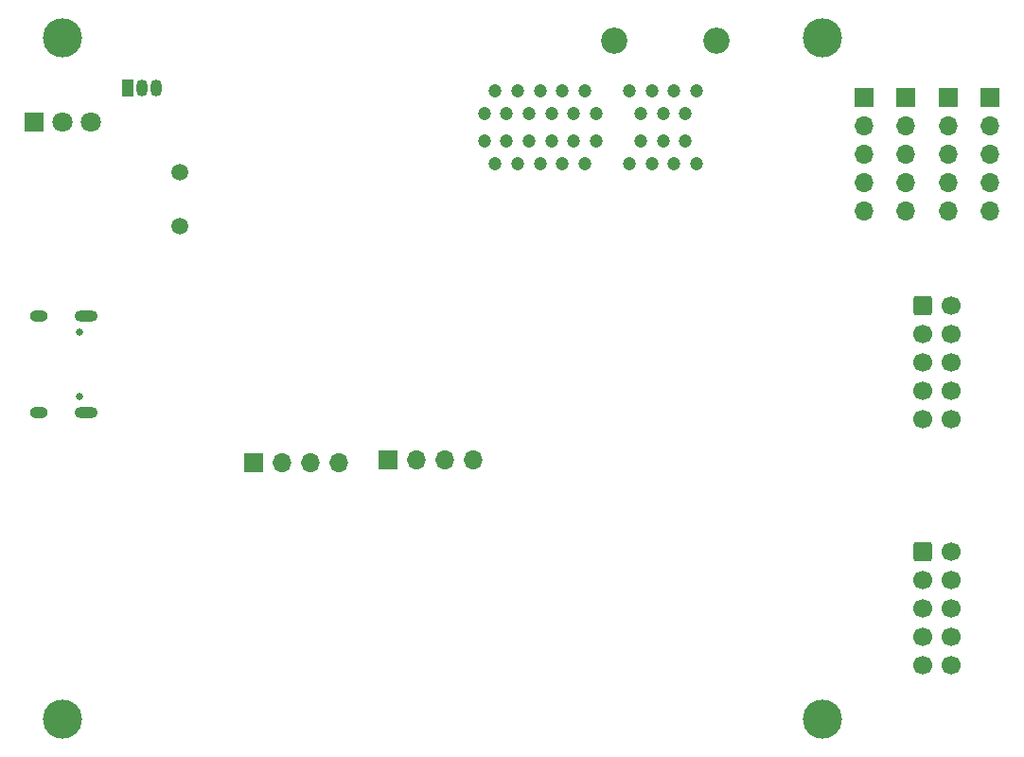
<source format=gbr>
%TF.GenerationSoftware,KiCad,Pcbnew,7.0.10-7.0.10~ubuntu22.04.1*%
%TF.CreationDate,2024-03-23T23:27:58+01:00*%
%TF.ProjectId,JTAGFinder,4a544147-4669-46e6-9465-722e6b696361,rev?*%
%TF.SameCoordinates,Original*%
%TF.FileFunction,Soldermask,Bot*%
%TF.FilePolarity,Negative*%
%FSLAX46Y46*%
G04 Gerber Fmt 4.6, Leading zero omitted, Abs format (unit mm)*
G04 Created by KiCad (PCBNEW 7.0.10-7.0.10~ubuntu22.04.1) date 2024-03-23 23:27:58*
%MOMM*%
%LPD*%
G01*
G04 APERTURE LIST*
G04 Aperture macros list*
%AMRoundRect*
0 Rectangle with rounded corners*
0 $1 Rounding radius*
0 $2 $3 $4 $5 $6 $7 $8 $9 X,Y pos of 4 corners*
0 Add a 4 corners polygon primitive as box body*
4,1,4,$2,$3,$4,$5,$6,$7,$8,$9,$2,$3,0*
0 Add four circle primitives for the rounded corners*
1,1,$1+$1,$2,$3*
1,1,$1+$1,$4,$5*
1,1,$1+$1,$6,$7*
1,1,$1+$1,$8,$9*
0 Add four rect primitives between the rounded corners*
20,1,$1+$1,$2,$3,$4,$5,0*
20,1,$1+$1,$4,$5,$6,$7,0*
20,1,$1+$1,$6,$7,$8,$9,0*
20,1,$1+$1,$8,$9,$2,$3,0*%
G04 Aperture macros list end*
%ADD10C,3.500000*%
%ADD11R,1.700000X1.700000*%
%ADD12O,1.700000X1.700000*%
%ADD13RoundRect,0.250000X-0.600000X-0.600000X0.600000X-0.600000X0.600000X0.600000X-0.600000X0.600000X0*%
%ADD14C,1.700000*%
%ADD15R,1.800000X1.800000*%
%ADD16C,1.800000*%
%ADD17R,1.050000X1.500000*%
%ADD18O,1.050000X1.500000*%
%ADD19C,1.500000*%
%ADD20C,2.350000*%
%ADD21C,1.200000*%
%ADD22C,0.650000*%
%ADD23O,2.100000X1.000000*%
%ADD24O,1.600000X1.000000*%
G04 APERTURE END LIST*
D10*
%TO.C,H1*%
X177000000Y-124000000D03*
%TD*%
D11*
%TO.C,J5*%
X138200000Y-100750000D03*
D12*
X140740000Y-100750000D03*
X143280000Y-100750000D03*
X145820000Y-100750000D03*
%TD*%
D11*
%TO.C,J7*%
X192000000Y-68380000D03*
D12*
X192000000Y-70920000D03*
X192000000Y-73460000D03*
X192000000Y-76000000D03*
X192000000Y-78540000D03*
%TD*%
D10*
%TO.C,H2*%
X177000000Y-63000000D03*
%TD*%
D11*
%TO.C,J8*%
X180750000Y-68380000D03*
D12*
X180750000Y-70920000D03*
X180750000Y-73460000D03*
X180750000Y-76000000D03*
X180750000Y-78540000D03*
%TD*%
D13*
%TO.C,J1*%
X186000000Y-109000000D03*
D14*
X188540000Y-109000000D03*
X186000000Y-111540000D03*
X188540000Y-111540000D03*
X186000000Y-114080000D03*
X188540000Y-114080000D03*
X186000000Y-116620000D03*
X188540000Y-116620000D03*
X186000000Y-119160000D03*
X188540000Y-119160000D03*
%TD*%
D11*
%TO.C,J10*%
X188250000Y-68380000D03*
D12*
X188250000Y-70920000D03*
X188250000Y-73460000D03*
X188250000Y-76000000D03*
X188250000Y-78540000D03*
%TD*%
D13*
%TO.C,J2*%
X186000000Y-87000000D03*
D14*
X188540000Y-87000000D03*
X186000000Y-89540000D03*
X188540000Y-89540000D03*
X186000000Y-92080000D03*
X188540000Y-92080000D03*
X186000000Y-94620000D03*
X188540000Y-94620000D03*
X186000000Y-97160000D03*
X188540000Y-97160000D03*
%TD*%
D10*
%TO.C,H4*%
X109000000Y-124000000D03*
%TD*%
D11*
%TO.C,J9*%
X184500000Y-68380000D03*
D12*
X184500000Y-70920000D03*
X184500000Y-73460000D03*
X184500000Y-76000000D03*
X184500000Y-78540000D03*
%TD*%
D11*
%TO.C,J3*%
X126170000Y-101000000D03*
D12*
X128710000Y-101000000D03*
X131250000Y-101000000D03*
X133790000Y-101000000D03*
%TD*%
D15*
%TO.C,D2*%
X106527600Y-70510400D03*
D16*
X109067600Y-70510400D03*
X111607600Y-70510400D03*
%TD*%
D10*
%TO.C,H3*%
X109000000Y-63000000D03*
%TD*%
D17*
%TO.C,Q1*%
X114834998Y-67475000D03*
D18*
X116104998Y-67475000D03*
X117374998Y-67475000D03*
%TD*%
D19*
%TO.C,Y1*%
X119522000Y-79895000D03*
X119522000Y-75015000D03*
%TD*%
D20*
%TO.C,J6*%
X167565000Y-63275000D03*
X158415000Y-63275000D03*
D21*
X146765000Y-69775000D03*
X147765000Y-67775000D03*
X148765000Y-69775000D03*
X149765000Y-67775000D03*
X150765000Y-69775000D03*
X151765000Y-67775000D03*
X152765000Y-69775000D03*
X153765000Y-67775000D03*
X155765000Y-67775000D03*
X154765000Y-69775000D03*
X156765000Y-69775000D03*
X159765000Y-67775000D03*
X160765000Y-69775000D03*
X161765000Y-67775000D03*
X162765000Y-69775000D03*
X163765000Y-67775000D03*
X164765000Y-69775000D03*
X165765000Y-67775000D03*
X146765000Y-72275000D03*
X147765000Y-74275000D03*
X148765000Y-72275000D03*
X149765000Y-74275000D03*
X150765000Y-72275000D03*
X151765000Y-74275000D03*
X152765000Y-72275000D03*
X153765000Y-74275000D03*
X154765000Y-72275000D03*
X155765000Y-74275000D03*
X156765000Y-72275000D03*
X159765000Y-74275000D03*
X160765000Y-72275000D03*
X161765000Y-74275000D03*
X162765000Y-72275000D03*
X163765000Y-74275000D03*
X164765000Y-72275000D03*
X165765000Y-74275000D03*
%TD*%
D22*
%TO.C,J4*%
X110584000Y-89310000D03*
X110584000Y-95090000D03*
D23*
X111114000Y-87880000D03*
D24*
X106934000Y-87880000D03*
D23*
X111114000Y-96520000D03*
D24*
X106934000Y-96520000D03*
%TD*%
M02*

</source>
